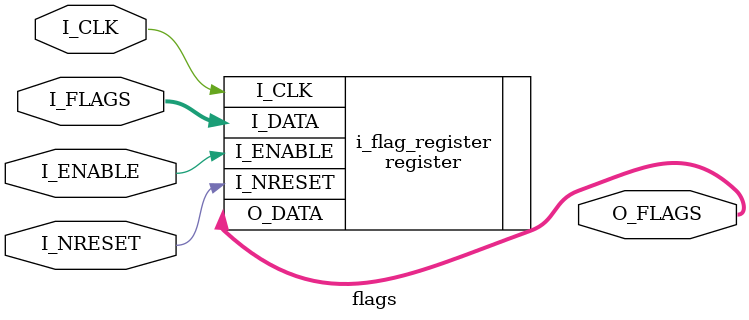
<source format=v>

module flags #(parameter integer P_FLAG_WIDTH = 5)
       (input wire I_ENABLE,
        input wire I_NRESET,
        input wire I_CLK,
        input wire [P_FLAG_WIDTH - 1 : 0] I_FLAGS,
        output wire [P_FLAG_WIDTH - 1 : 0] O_FLAGS);

register #(.P_WIDTH(P_FLAG_WIDTH))
         i_flag_register
         (.I_ENABLE(I_ENABLE),
          .I_NRESET(I_NRESET),
          .I_CLK(I_CLK),
          .I_DATA(I_FLAGS),
          .O_DATA(O_FLAGS));

endmodule

</source>
